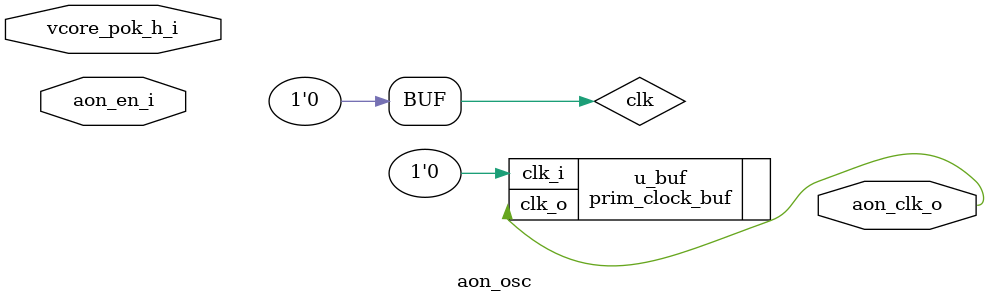
<source format=sv>

module aon_osc (
  input vcore_pok_h_i,    // VCORE POK @3.3V
  input aon_en_i,         // AON Source Clock Enable
`ifdef AST_BYPASS_CLK
  input clk_aon_ext_i,    // FPGA/VERILATOR Clock input\
`endif
  output logic aon_clk_o  // AON Clock Output
);

`ifndef AST_BYPASS_CLK
`ifndef SYNTHESIS
// Behavioral Model
////////////////////////////////////////
timeunit 1ns / 10ps;
import ast_bhv_pkg::* ;

localparam time AonClkPeriod = 5000ns; // 5000ns (200Khz)
reg init_start = 1'b0;

initial begin
  $display("\nAON Clock Period: %0dns", AonClkPeriod);
  #1; init_start  = 1'b1;
end

// Enable 5us RC Delay on rise
wire en_osc_re_buf, en_osc_re;
buf #(AON_EN_RDLY, 0) b0 (en_osc_re_buf, (vcore_pok_h_i && aon_en_i));
assign en_osc_re = en_osc_re_buf && init_start;

// Clock Oscillator
////////////////////////////////////////
logic en_osc;
reg clk_osc = 1'b1;

always begin
  #(AonClkPeriod/2) clk_osc = ~clk_osc;
end

// HDL Clock Gate
logic clk;
reg en_clk;

always_latch begin
  if ( !clk_osc ) en_clk <= en_osc;
end

assign clk = clk_osc && en_clk;
`else  // of SYNTHESIS
// SYNTHESIS/LINTER
///////////////////////////////////////
logic clk, en_osc;
assign clk = 1'b0;

logic en_osc_re;
assign en_osc_re = vcore_pok_h_i && aon_en_i;
`endif  // of SYBTHESIS
`else  // of AST_BYPASS_CLK
// VERILATOR/FPGA
///////////////////////////////////////
logic en_osc_re;
assign en_osc_re = vcore_pok_h_i && aon_en_i;

// Clock Oscillator
////////////////////////////////////////
logic clk, en_osc;

prim_clock_gating #(
  .NoFpgaGate ( 1'b1 )
) u_clk_ckgt (
  .clk_i ( clk_aon_ext_i ),
  .en_i ( en_osc ),
  .test_en_i ( 1'b0 ),
  .clk_o ( clk )
);
`endif

logic en_osc_fe;

// Syncronize en_osc to clk FE for glitch free disable
always_ff @( negedge clk, negedge vcore_pok_h_i ) begin
  if ( !vcore_pok_h_i ) begin
    en_osc_fe <= 1'b0;
  end else begin
    en_osc_fe <= en_osc_re;
  end
end

assign en_osc = en_osc_re || en_osc_fe;  // EN -> 1 || EN -> 0

// Clock Output Buffer
////////////////////////////////////////
prim_clock_buf  u_buf (
  .clk_i ( clk ),
  .clk_o ( aon_clk_o )
);

endmodule : aon_osc

</source>
